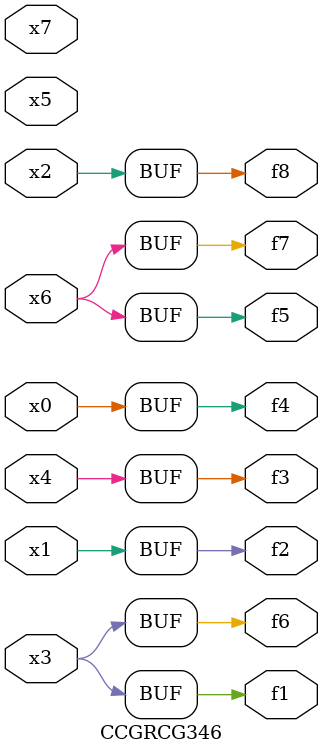
<source format=v>
module CCGRCG346(
	input x0, x1, x2, x3, x4, x5, x6, x7,
	output f1, f2, f3, f4, f5, f6, f7, f8
);
	assign f1 = x3;
	assign f2 = x1;
	assign f3 = x4;
	assign f4 = x0;
	assign f5 = x6;
	assign f6 = x3;
	assign f7 = x6;
	assign f8 = x2;
endmodule

</source>
